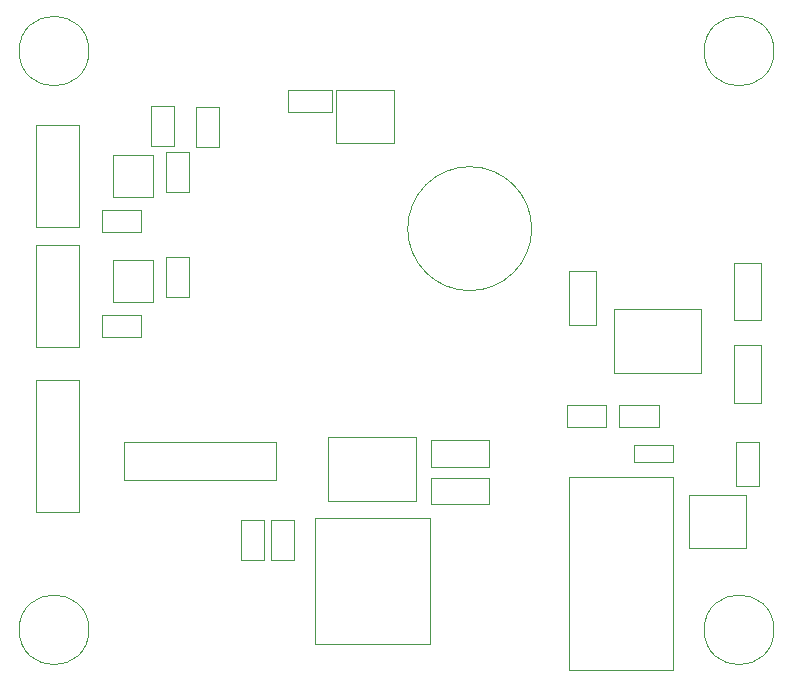
<source format=gbr>
G04 #@! TF.GenerationSoftware,KiCad,Pcbnew,(5.1.5)-3*
G04 #@! TF.CreationDate,2020-03-15T22:36:38-07:00*
G04 #@! TF.ProjectId,pihat,70696861-742e-46b6-9963-61645f706362,rev?*
G04 #@! TF.SameCoordinates,Original*
G04 #@! TF.FileFunction,Other,User*
%FSLAX46Y46*%
G04 Gerber Fmt 4.6, Leading zero omitted, Abs format (unit mm)*
G04 Created by KiCad (PCBNEW (5.1.5)-3) date 2020-03-15 22:36:38*
%MOMM*%
%LPD*%
G04 APERTURE LIST*
%ADD10C,0.050000*%
G04 APERTURE END LIST*
D10*
X240332500Y-132705000D02*
X235432500Y-132705000D01*
X240332500Y-130465000D02*
X240332500Y-132705000D01*
X235432500Y-130465000D02*
X240332500Y-130465000D01*
X235432500Y-132705000D02*
X235432500Y-130465000D01*
X258310000Y-119360000D02*
X250910000Y-119360000D01*
X258310000Y-124760000D02*
X258310000Y-119360000D01*
X250910000Y-124760000D02*
X258310000Y-124760000D01*
X250910000Y-119360000D02*
X250910000Y-124760000D01*
X219370000Y-140552500D02*
X219370000Y-137192500D01*
X221270000Y-140552500D02*
X219370000Y-140552500D01*
X221270000Y-137192500D02*
X221270000Y-140552500D01*
X219370000Y-137192500D02*
X221270000Y-137192500D01*
X254717500Y-129360000D02*
X251357500Y-129360000D01*
X254717500Y-127460000D02*
X254717500Y-129360000D01*
X251357500Y-127460000D02*
X254717500Y-127460000D01*
X251357500Y-129360000D02*
X251357500Y-127460000D01*
X250272500Y-129360000D02*
X246912500Y-129360000D01*
X250272500Y-127460000D02*
X250272500Y-129360000D01*
X246912500Y-127460000D02*
X250272500Y-127460000D01*
X246912500Y-129360000D02*
X246912500Y-127460000D01*
X217460000Y-102267500D02*
X217460000Y-105627500D01*
X215560000Y-102267500D02*
X217460000Y-102267500D01*
X215560000Y-105627500D02*
X215560000Y-102267500D01*
X217460000Y-105627500D02*
X215560000Y-105627500D01*
X213650000Y-102160000D02*
X213650000Y-105520000D01*
X211750000Y-102160000D02*
X213650000Y-102160000D01*
X211750000Y-105520000D02*
X211750000Y-102160000D01*
X213650000Y-105520000D02*
X211750000Y-105520000D01*
X213020000Y-118327500D02*
X213020000Y-114967500D01*
X214920000Y-118327500D02*
X213020000Y-118327500D01*
X214920000Y-114967500D02*
X214920000Y-118327500D01*
X213020000Y-114967500D02*
X214920000Y-114967500D01*
X210902500Y-121740000D02*
X207542500Y-121740000D01*
X210902500Y-119840000D02*
X210902500Y-121740000D01*
X207542500Y-119840000D02*
X210902500Y-119840000D01*
X207542500Y-121740000D02*
X207542500Y-119840000D01*
X213020000Y-109437500D02*
X213020000Y-106077500D01*
X214920000Y-109437500D02*
X213020000Y-109437500D01*
X214920000Y-106077500D02*
X214920000Y-109437500D01*
X213020000Y-106077500D02*
X214920000Y-106077500D01*
X210902500Y-112850000D02*
X207542500Y-112850000D01*
X210902500Y-110950000D02*
X210902500Y-112850000D01*
X207542500Y-110950000D02*
X210902500Y-110950000D01*
X207542500Y-112850000D02*
X207542500Y-110950000D01*
X235432500Y-133640000D02*
X240332500Y-133640000D01*
X235432500Y-135880000D02*
X235432500Y-133640000D01*
X240332500Y-135880000D02*
X235432500Y-135880000D01*
X240332500Y-133640000D02*
X240332500Y-135880000D01*
X247140000Y-120660000D02*
X247140000Y-116100000D01*
X249380000Y-120660000D02*
X247140000Y-120660000D01*
X249380000Y-116100000D02*
X249380000Y-120660000D01*
X247140000Y-116100000D02*
X249380000Y-116100000D01*
X235370000Y-137020000D02*
X225570000Y-137020000D01*
X235370000Y-147720000D02*
X235370000Y-137020000D01*
X225570000Y-147720000D02*
X235370000Y-147720000D01*
X225570000Y-137020000D02*
X225570000Y-147720000D01*
X243945000Y-112535000D02*
G75*
G03X243945000Y-112535000I-5250000J0D01*
G01*
X234115000Y-130155000D02*
X226715000Y-130155000D01*
X234115000Y-135555000D02*
X234115000Y-130155000D01*
X226715000Y-135555000D02*
X234115000Y-135555000D01*
X226715000Y-130155000D02*
X226715000Y-135555000D01*
X202010000Y-136560000D02*
X205610000Y-136560000D01*
X202010000Y-125360000D02*
X202010000Y-136560000D01*
X205610000Y-125360000D02*
X202010000Y-125360000D01*
X205610000Y-136560000D02*
X205610000Y-125360000D01*
X206450000Y-97500000D02*
G75*
G03X206450000Y-97500000I-2950000J0D01*
G01*
X205610000Y-113910000D02*
X202010000Y-113910000D01*
X205610000Y-122560000D02*
X205610000Y-113910000D01*
X202010000Y-122560000D02*
X205610000Y-122560000D01*
X202010000Y-113910000D02*
X202010000Y-122560000D01*
X205610000Y-103750000D02*
X202010000Y-103750000D01*
X205610000Y-112400000D02*
X205610000Y-103750000D01*
X202010000Y-112400000D02*
X205610000Y-112400000D01*
X202010000Y-103750000D02*
X202010000Y-112400000D01*
X211860000Y-106340000D02*
X211860000Y-109840000D01*
X208460000Y-106340000D02*
X211860000Y-106340000D01*
X208460000Y-109840000D02*
X208460000Y-106340000D01*
X211860000Y-109840000D02*
X208460000Y-109840000D01*
X211860000Y-115230000D02*
X211860000Y-118730000D01*
X208460000Y-115230000D02*
X211860000Y-115230000D01*
X208460000Y-118730000D02*
X208460000Y-115230000D01*
X211860000Y-118730000D02*
X208460000Y-118730000D01*
X264450000Y-146500000D02*
G75*
G03X264450000Y-146500000I-2950000J0D01*
G01*
X206450000Y-146500000D02*
G75*
G03X206450000Y-146500000I-2950000J0D01*
G01*
X264450000Y-97500000D02*
G75*
G03X264450000Y-97500000I-2950000J0D01*
G01*
X247080000Y-133530000D02*
X247080000Y-149930000D01*
X247080000Y-149930000D02*
X255940000Y-149930000D01*
X255940000Y-149930000D02*
X255940000Y-133530000D01*
X255940000Y-133530000D02*
X247080000Y-133530000D01*
X222305000Y-133820000D02*
X222305000Y-130620000D01*
X222305000Y-130620000D02*
X209445000Y-130620000D01*
X209445000Y-130620000D02*
X209445000Y-133820000D01*
X209445000Y-133820000D02*
X222305000Y-133820000D01*
X221910000Y-137192500D02*
X223810000Y-137192500D01*
X223810000Y-137192500D02*
X223810000Y-140552500D01*
X223810000Y-140552500D02*
X221910000Y-140552500D01*
X221910000Y-140552500D02*
X221910000Y-137192500D01*
X257270000Y-135050000D02*
X257270000Y-139550000D01*
X257270000Y-139550000D02*
X262120000Y-139550000D01*
X262120000Y-139550000D02*
X262120000Y-135050000D01*
X262120000Y-135050000D02*
X257270000Y-135050000D01*
X263180000Y-134315000D02*
X261280000Y-134315000D01*
X261280000Y-134315000D02*
X261280000Y-130615000D01*
X261280000Y-130615000D02*
X263180000Y-130615000D01*
X263180000Y-130615000D02*
X263180000Y-134315000D01*
X232265000Y-105260000D02*
X232265000Y-100760000D01*
X232265000Y-100760000D02*
X227415000Y-100760000D01*
X227415000Y-100760000D02*
X227415000Y-105260000D01*
X227415000Y-105260000D02*
X232265000Y-105260000D01*
X227005000Y-100790000D02*
X227005000Y-102690000D01*
X227005000Y-102690000D02*
X223305000Y-102690000D01*
X223305000Y-102690000D02*
X223305000Y-100790000D01*
X223305000Y-100790000D02*
X227005000Y-100790000D01*
X263350000Y-120310000D02*
X261110000Y-120310000D01*
X261110000Y-120310000D02*
X261110000Y-115410000D01*
X261110000Y-115410000D02*
X263350000Y-115410000D01*
X263350000Y-115410000D02*
X263350000Y-120310000D01*
X263350000Y-122367500D02*
X263350000Y-127267500D01*
X261110000Y-122367500D02*
X263350000Y-122367500D01*
X261110000Y-127267500D02*
X261110000Y-122367500D01*
X263350000Y-127267500D02*
X261110000Y-127267500D01*
X252565000Y-132315000D02*
X252565000Y-130855000D01*
X252565000Y-130855000D02*
X255865000Y-130855000D01*
X255865000Y-130855000D02*
X255865000Y-132315000D01*
X255865000Y-132315000D02*
X252565000Y-132315000D01*
M02*

</source>
